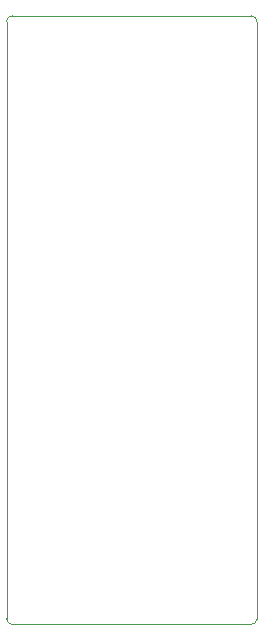
<source format=gm1>
G04 #@! TF.GenerationSoftware,KiCad,Pcbnew,(5.99.0-11630-gc5e195bdff)*
G04 #@! TF.CreationDate,2021-08-23T20:37:24+01:00*
G04 #@! TF.ProjectId,EnvPicoLiPo,456e7650-6963-46f4-9c69-506f2e6b6963,REV1*
G04 #@! TF.SameCoordinates,Original*
G04 #@! TF.FileFunction,Profile,NP*
%FSLAX46Y46*%
G04 Gerber Fmt 4.6, Leading zero omitted, Abs format (unit mm)*
G04 Created by KiCad (PCBNEW (5.99.0-11630-gc5e195bdff)) date 2021-08-23 20:37:24*
%MOMM*%
%LPD*%
G01*
G04 APERTURE LIST*
G04 #@! TA.AperFunction,Profile*
%ADD10C,0.050000*%
G04 #@! TD*
G04 APERTURE END LIST*
D10*
X114240000Y-108275000D02*
G75*
G02*
X113740000Y-108775000I-500000J0D01*
G01*
X93540000Y-57225000D02*
X113740000Y-57225000D01*
X113740000Y-57225000D02*
G75*
G02*
X114240000Y-57725000I0J-500000D01*
G01*
X93040000Y-108275000D02*
X93040000Y-57725000D01*
X93040000Y-57725000D02*
G75*
G02*
X93540000Y-57225000I500000J0D01*
G01*
X93540000Y-108775000D02*
G75*
G02*
X93040000Y-108275000I0J500000D01*
G01*
X93540000Y-108775000D02*
X113740000Y-108775000D01*
X114240000Y-108275000D02*
X114240000Y-57725000D01*
M02*

</source>
